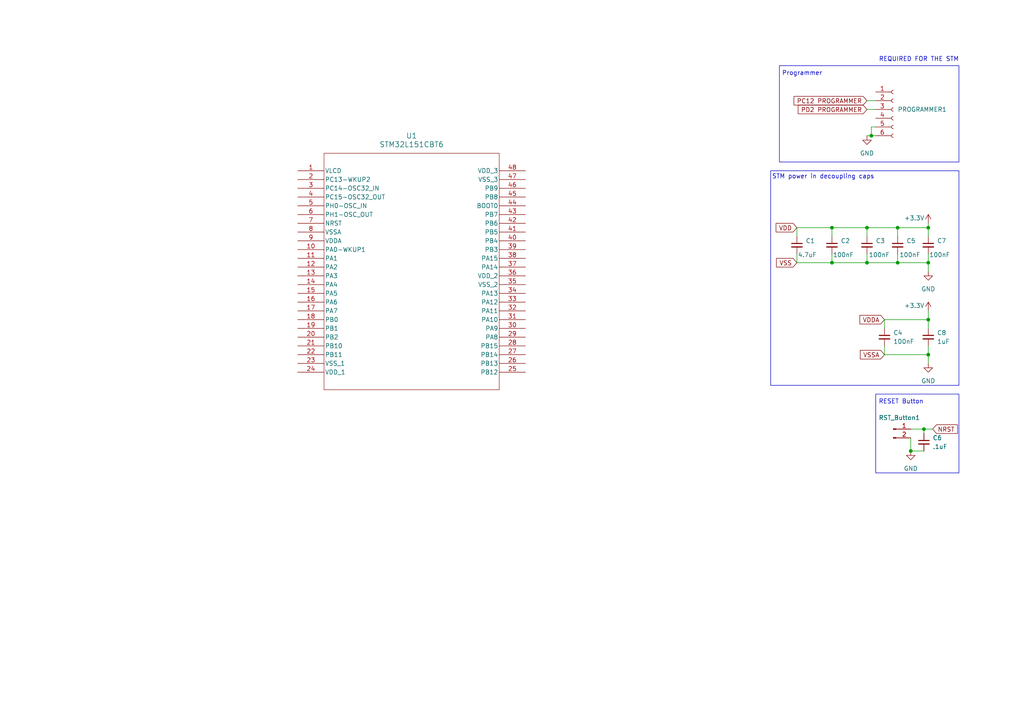
<source format=kicad_sch>
(kicad_sch (version 20231120) (generator "eeschema") (generator_version "8.0")
  (paper "A4")
  (lib_symbols
    (symbol "Connector:Conn_01x02_Pin" (pin_names (offset 1.016) hide)
      (property "Reference" "J" (at 0 2.54 0))
      (property "Value" "Conn_01x02_Pin" (at 0 -5.08 0))
      (symbol "Conn_01x02_Pin_1_1"
        (polyline (pts (xy 1.27 -2.54) (xy 0.8636 -2.54)) (stroke (width 0.1524)))
        (polyline (pts (xy 1.27 0) (xy 0.8636 0)) (stroke (width 0.1524)))
        (rectangle (start 0.8636 -2.413) (end 0 -2.667) (stroke (width 0.1524)) (fill (type outline)))
        (rectangle (start 0.8636 0.127) (end 0 -0.127) (stroke (width 0.1524)) (fill (type outline)))
        (pin passive line (at 5.08 0 180) (length 3.81) (name "Pin_1") (number "1"))
        (pin passive line (at 5.08 -2.54 180) (length 3.81) (name "Pin_2") (number "2"))
      )
    )
    (symbol "Connector:Conn_01x06_Socket" (pin_names (offset 1.016) hide)
      (property "Reference" "J" (at 0 7.62 0))
      (property "Value" "Conn_01x06_Socket" (at 0 -10.16 0))
      (symbol "Conn_01x06_Socket_1_1"
        (arc (start 0 -7.112) (mid -0.5058 -7.62) (end 0 -8.128) (stroke (width 0.1524)))
        (arc (start 0 -4.572) (mid -0.5058 -5.08) (end 0 -5.588) (stroke (width 0.1524)))
        (arc (start 0 -2.032) (mid -0.5058 -2.54) (end 0 -3.048) (stroke (width 0.1524)))
        (polyline (pts (xy -1.27 -7.62) (xy -0.508 -7.62)) (stroke (width 0.1524)))
        (polyline (pts (xy -1.27 -5.08) (xy -0.508 -5.08)) (stroke (width 0.1524)))
        (polyline (pts (xy -1.27 -2.54) (xy -0.508 -2.54)) (stroke (width 0.1524)))
        (polyline (pts (xy -1.27 0) (xy -0.508 0)) (stroke (width 0.1524)))
        (polyline (pts (xy -1.27 2.54) (xy -0.508 2.54)) (stroke (width 0.1524)))
        (polyline (pts (xy -1.27 5.08) (xy -0.508 5.08)) (stroke (width 0.1524)))
        (arc (start 0 0.508) (mid -0.5058 0) (end 0 -0.508) (stroke (width 0.1524)))
        (arc (start 0 3.048) (mid -0.5058 2.54) (end 0 2.032) (stroke (width 0.1524)))
        (arc (start 0 5.588) (mid -0.5058 5.08) (end 0 4.572) (stroke (width 0.1524)))
        (pin passive line (at -5.08 5.08 0) (length 3.81) (name "Pin_1") (number "1"))
        (pin passive line (at -5.08 2.54 0) (length 3.81) (name "Pin_2") (number "2"))
        (pin passive line (at -5.08 0 0) (length 3.81) (name "Pin_3") (number "3"))
        (pin passive line (at -5.08 -2.54 0) (length 3.81) (name "Pin_4") (number "4"))
        (pin passive line (at -5.08 -5.08 0) (length 3.81) (name "Pin_5") (number "5"))
        (pin passive line (at -5.08 -7.62 0) (length 3.81) (name "Pin_6") (number "6"))
      )
    )
    (symbol "Device:C_Small" (pin_numbers hide) (pin_names (offset 0.254) hide)
      (property "Reference" "C" (at 0.254 1.778 0))
      (property "Value" "C_Small" (at 0.254 -2.032 0))
      (symbol "C_Small_0_1"
        (polyline (pts (xy -1.524 -0.508) (xy 1.524 -0.508)) (stroke (width 0.3302)))
        (polyline (pts (xy -1.524 0.508) (xy 1.524 0.508)) (stroke (width 0.3048)))
      )
      (symbol "C_Small_1_1"
        (pin passive line (at 0 2.54 270) (length 2.032) (name "~") (number "1"))
        (pin passive line (at 0 -2.54 90) (length 2.032) (name "~") (number "2"))
      )
    )
    (symbol "power:+3.3V" (power) (pin_numbers hide) (pin_names (offset 0) hide)
      (property "Value" "+3.3V" (at 0 3.556 0))
      (symbol "+3.3V_0_1"
        (polyline (pts (xy -0.762 1.27) (xy 0 2.54)))
        (polyline (pts (xy 0 0) (xy 0 2.54)))
        (polyline (pts (xy 0 2.54) (xy 0.762 1.27)))
      )
      (symbol "+3.3V_1_1"
        (pin power_in line (at 0 0 90) (length 0) (name "~") (number "1"))
      )
    )
    (symbol "power:GND" (power) (pin_numbers hide) (pin_names (offset 0) hide)
      (property "Value" "GND" (at 0 -3.81 0))
      (symbol "GND_0_1"
        (polyline (pts (xy 0 0) (xy 0 -1.27) (xy 1.27 -1.27) (xy 0 -2.54) (xy -1.27 -1.27) (xy 0 -1.27)))
      )
      (symbol "GND_1_1"
        (pin power_in line (at 0 0 270) (length 0) (name "~") (number "1"))
      )
    )
    (symbol "stm32f151cb:STM32L151CBT6" (pin_names (offset 0.254))
      (property "Reference" "U" (at 33.02 10.16 0))
      (property "Value" "STM32L151CBT6" (at 33.02 7.62 0))
      (symbol "STM32L151CBT6_0_1"
        (polyline (pts (xy 7.62 -63.5) (xy 58.42 -63.5)) (stroke (width 0.127)))
        (polyline (pts (xy 7.62 5.08) (xy 7.62 -63.5)) (stroke (width 0.127)))
        (polyline (pts (xy 58.42 -63.5) (xy 58.42 5.08)) (stroke (width 0.127)))
        (polyline (pts (xy 58.42 5.08) (xy 7.62 5.08)) (stroke (width 0.127)))
        (pin unspecified line (at 0 0 0) (length 7.62) (name "VLCD") (number "1"))
        (pin bidirectional line (at 0 -22.86 0) (length 7.62) (name "PA0-WKUP1") (number "10"))
        (pin bidirectional line (at 0 -25.4 0) (length 7.62) (name "PA1") (number "11"))
        (pin bidirectional line (at 0 -27.94 0) (length 7.62) (name "PA2") (number "12"))
        (pin bidirectional line (at 0 -30.48 0) (length 7.62) (name "PA3") (number "13"))
        (pin bidirectional line (at 0 -33.02 0) (length 7.62) (name "PA4") (number "14"))
        (pin bidirectional line (at 0 -35.56 0) (length 7.62) (name "PA5") (number "15"))
        (pin bidirectional line (at 0 -38.1 0) (length 7.62) (name "PA6") (number "16"))
        (pin bidirectional line (at 0 -40.64 0) (length 7.62) (name "PA7") (number "17"))
        (pin bidirectional line (at 0 -43.18 0) (length 7.62) (name "PB0") (number "18"))
        (pin bidirectional line (at 0 -45.72 0) (length 7.62) (name "PB1") (number "19"))
        (pin bidirectional line (at 0 -2.54 0) (length 7.62) (name "PC13-WKUP2") (number "2"))
        (pin bidirectional line (at 0 -48.26 0) (length 7.62) (name "PB2") (number "20"))
        (pin bidirectional line (at 0 -50.8 0) (length 7.62) (name "PB10") (number "21"))
        (pin bidirectional line (at 0 -53.34 0) (length 7.62) (name "PB11") (number "22"))
        (pin power_out line (at 0 -55.88 0) (length 7.62) (name "VSS_1") (number "23"))
        (pin power_in line (at 0 -58.42 0) (length 7.62) (name "VDD_1") (number "24"))
        (pin bidirectional line (at 66.04 -58.42 180) (length 7.62) (name "PB12") (number "25"))
        (pin bidirectional line (at 66.04 -55.88 180) (length 7.62) (name "PB13") (number "26"))
        (pin bidirectional line (at 66.04 -53.34 180) (length 7.62) (name "PB14") (number "27"))
        (pin bidirectional line (at 66.04 -50.8 180) (length 7.62) (name "PB15") (number "28"))
        (pin bidirectional line (at 66.04 -48.26 180) (length 7.62) (name "PA8") (number "29"))
        (pin bidirectional line (at 0 -5.08 0) (length 7.62) (name "PC14-OSC32_IN") (number "3"))
        (pin bidirectional line (at 66.04 -45.72 180) (length 7.62) (name "PA9") (number "30"))
        (pin bidirectional line (at 66.04 -43.18 180) (length 7.62) (name "PA10") (number "31"))
        (pin bidirectional line (at 66.04 -40.64 180) (length 7.62) (name "PA11") (number "32"))
        (pin bidirectional line (at 66.04 -38.1 180) (length 7.62) (name "PA12") (number "33"))
        (pin bidirectional line (at 66.04 -35.56 180) (length 7.62) (name "PA13") (number "34"))
        (pin power_out line (at 66.04 -33.02 180) (length 7.62) (name "VSS_2") (number "35"))
        (pin power_in line (at 66.04 -30.48 180) (length 7.62) (name "VDD_2") (number "36"))
        (pin bidirectional line (at 66.04 -27.94 180) (length 7.62) (name "PA14") (number "37"))
        (pin bidirectional line (at 66.04 -25.4 180) (length 7.62) (name "PA15") (number "38"))
        (pin bidirectional line (at 66.04 -22.86 180) (length 7.62) (name "PB3") (number "39"))
        (pin output line (at 0 -7.62 0) (length 7.62) (name "PC15-OSC32_OUT") (number "4"))
        (pin bidirectional line (at 66.04 -20.32 180) (length 7.62) (name "PB4") (number "40"))
        (pin bidirectional line (at 66.04 -17.78 180) (length 7.62) (name "PB5") (number "41"))
        (pin bidirectional line (at 66.04 -15.24 180) (length 7.62) (name "PB6") (number "42"))
        (pin bidirectional line (at 66.04 -12.7 180) (length 7.62) (name "PB7") (number "43"))
        (pin unspecified line (at 66.04 -10.16 180) (length 7.62) (name "BOOT0") (number "44"))
        (pin bidirectional line (at 66.04 -7.62 180) (length 7.62) (name "PB8") (number "45"))
        (pin bidirectional line (at 66.04 -5.08 180) (length 7.62) (name "PB9") (number "46"))
        (pin power_out line (at 66.04 -2.54 180) (length 7.62) (name "VSS_3") (number "47"))
        (pin power_in line (at 66.04 0 180) (length 7.62) (name "VDD_3") (number "48"))
        (pin bidirectional line (at 0 -10.16 0) (length 7.62) (name "PH0-OSC_IN") (number "5"))
        (pin output line (at 0 -12.7 0) (length 7.62) (name "PH1-OSC_OUT") (number "6"))
        (pin unspecified line (at 0 -15.24 0) (length 7.62) (name "NRST") (number "7"))
        (pin power_out line (at 0 -17.78 0) (length 7.62) (name "VSSA") (number "8"))
        (pin power_in line (at 0 -20.32 0) (length 7.62) (name "VDDA") (number "9"))
      )
    )
  )
  (junction (at 269.24 92.71))
  (junction (at 264.16 130.81))
  (junction (at 260.35 66.04))
  (junction (at 252.73 39.37))
  (junction (at 241.3 76.2))
  (junction (at 251.46 66.04))
  (junction (at 269.24 102.87))
  (junction (at 269.24 66.04))
  (junction (at 269.24 76.2))
  (junction (at 241.3 66.04))
  (junction (at 267.97 124.46))
  (junction (at 251.46 76.2))
  (junction (at 260.35 76.2))
  (wire (pts (xy 252.73 36.83) (xy 252.73 39.37)))
  (wire (pts (xy 251.46 73.66) (xy 251.46 76.2)))
  (wire (pts (xy 260.35 73.66) (xy 260.35 76.2)))
  (wire (pts (xy 231.14 68.58) (xy 231.14 66.04)))
  (wire (pts (xy 267.97 124.46) (xy 264.16 124.46)))
  (wire (pts (xy 260.35 66.04) (xy 260.35 68.58)))
  (wire (pts (xy 267.97 130.81) (xy 264.16 130.81)))
  (wire (pts (xy 269.24 102.87) (xy 256.54 102.87)))
  (wire (pts (xy 241.3 66.04) (xy 241.3 68.58)))
  (wire (pts (xy 269.24 76.2) (xy 269.24 73.66)))
  (wire (pts (xy 269.24 66.04) (xy 269.24 68.58)))
  (wire (pts (xy 251.46 29.21) (xy 254 29.21)))
  (wire (pts (xy 231.14 73.66) (xy 231.14 76.2)))
  (wire (pts (xy 269.24 105.41) (xy 269.24 102.87)))
  (wire (pts (xy 231.14 66.04) (xy 241.3 66.04)))
  (wire (pts (xy 256.54 92.71) (xy 269.24 92.71)))
  (wire (pts (xy 251.46 66.04) (xy 251.46 68.58)))
  (wire (pts (xy 241.3 73.66) (xy 241.3 76.2)))
  (wire (pts (xy 269.24 64.77) (xy 269.24 66.04)))
  (wire (pts (xy 241.3 76.2) (xy 251.46 76.2)))
  (wire (pts (xy 264.16 130.81) (xy 264.16 127)))
  (wire (pts (xy 269.24 76.2) (xy 269.24 78.74)))
  (wire (pts (xy 251.46 39.37) (xy 252.73 39.37)))
  (wire (pts (xy 269.24 92.71) (xy 269.24 95.25)))
  (wire (pts (xy 269.24 90.17) (xy 269.24 92.71)))
  (wire (pts (xy 256.54 92.71) (xy 256.54 95.25)))
  (wire (pts (xy 256.54 100.33) (xy 256.54 102.87)))
  (wire (pts (xy 241.3 66.04) (xy 251.46 66.04)))
  (wire (pts (xy 267.97 124.46) (xy 270.51 124.46)))
  (wire (pts (xy 260.35 76.2) (xy 269.24 76.2)))
  (wire (pts (xy 231.14 76.2) (xy 241.3 76.2)))
  (wire (pts (xy 251.46 31.75) (xy 254 31.75)))
  (wire (pts (xy 252.73 36.83) (xy 254 36.83)))
  (wire (pts (xy 251.46 66.04) (xy 260.35 66.04)))
  (wire (pts (xy 252.73 39.37) (xy 254 39.37)))
  (wire (pts (xy 267.97 125.73) (xy 267.97 124.46)))
  (wire (pts (xy 269.24 100.33) (xy 269.24 102.87)))
  (wire (pts (xy 251.46 76.2) (xy 260.35 76.2)))
  (wire (pts (xy 260.35 66.04) (xy 269.24 66.04)))
  (rectangle (start 223.52 49.53) (end 278.13 111.76))
  (rectangle (start 226.06 19.05) (end 278.13 46.99))
  (rectangle (start 254 114.3) (end 278.13 137.16))
  (text "Programmer\n" (at 232.664 21.336 0) (effects (font (size 1.27 1.27))))
  (text "RESET Button" (at 261.366 116.586 0) (effects (font (size 1.27 1.27))))
  (text "STM power in decoupling caps" (at 238.76 51.308 0) (effects (font (size 1.27 1.27))))
  (text "REQUIRED FOR THE STM\n" (at 278.13 17.272 0) (effects (font (size 1.27 1.27)) (justify right)))
  (global_label "VDDA" (shape input) (at 256.54 92.71 180) (property "Intersheetrefs" "${INTERSHEET_REFS}" (effects (hide yes))))
  (global_label "PC12 PROGRAMMER" (shape input) (at 251.46 29.21 180) (property "Intersheetrefs" "${INTERSHEET_REFS}" (effects (hide yes))))
  (global_label "VSS" (shape input) (at 231.14 76.2 180) (property "Intersheetrefs" "${INTERSHEET_REFS}" (effects (hide yes))))
  (global_label "VDD" (shape input) (at 231.14 66.04 180) (property "Intersheetrefs" "${INTERSHEET_REFS}" (effects (hide yes))))
  (global_label "VSSA" (shape input) (at 256.54 102.87 180) (property "Intersheetrefs" "${INTERSHEET_REFS}" (effects (hide yes))))
  (global_label "NRST" (shape input) (at 270.51 124.46 0) (property "Intersheetrefs" "${INTERSHEET_REFS}" (effects (hide yes))))
  (global_label "PD2 PROGRAMMER" (shape input) (at 251.46 31.75 180) (property "Intersheetrefs" "${INTERSHEET_REFS}" (effects (hide yes))))
  (symbol (lib_id "power:+3.3V") (at 269.24 64.77 0) (unit 1)
    (property "Reference" "#PWR03" (effects (hide yes)))
    (property "Value" "+3.3V" (at 265.176 63.246 0))
    (property "Description" "Power symbol creates a global label with name \"+3.3V\"" (effects (hide yes)))
  )
  (symbol (lib_id "Device:C_Small") (at 231.14 71.12 0) (unit 1)
    (property "Reference" "C1" (at 233.68 69.8562 0) (effects (justify left)))
    (property "Value" "4.7uF" (at 231.394 73.914 0) (effects (justify left)))
    (property "Footprint" "Capacitor_SMD:C_0805_2012Metric_Pad1.18x1.45mm_HandSolder" (effects (hide yes)))
    (property "Description" "Unpolarized capacitor, small symbol" (effects (hide yes)))
  )
  (symbol (lib_id "Device:C_Small") (at 256.54 97.79 0) (unit 1)
    (property "Reference" "C4" (at 259.08 96.5262 0) (effects (justify left)))
    (property "Value" "100nF" (at 259.08 99.0662 0) (effects (justify left)))
    (property "Footprint" "Capacitor_SMD:C_0805_2012Metric_Pad1.18x1.45mm_HandSolder" (effects (hide yes)))
    (property "Description" "Unpolarized capacitor, small symbol" (effects (hide yes)))
  )
  (symbol (lib_id "power:GND") (at 269.24 78.74 0) (unit 1)
    (property "Reference" "#PWR04" (effects (hide yes)))
    (property "Value" "GND" (at 269.24 83.82 0))
    (property "Description" "Power symbol creates a global label with name \"GND\" , ground" (effects (hide yes)))
  )
  (symbol (lib_id "power:GND") (at 264.16 130.81 0) (unit 1)
    (property "Reference" "#PWR02" (effects (hide yes)))
    (property "Value" "GND" (at 264.16 135.89 0))
    (property "Description" "Power symbol creates a global label with name \"GND\" , ground" (effects (hide yes)))
  )
  (symbol (lib_id "Device:C_Small") (at 260.35 71.12 0) (unit 1)
    (property "Reference" "C5" (at 262.89 69.8562 0) (effects (justify left)))
    (property "Value" "100nF" (at 260.858 73.914 0) (effects (justify left)))
    (property "Footprint" "Capacitor_SMD:C_0805_2012Metric_Pad1.18x1.45mm_HandSolder" (effects (hide yes)))
    (property "Description" "Unpolarized capacitor, small symbol" (effects (hide yes)))
  )
  (symbol (lib_id "Device:C_Small") (at 251.46 71.12 0) (unit 1)
    (property "Reference" "C3" (at 254 69.8562 0) (effects (justify left)))
    (property "Value" "100nF" (at 251.968 73.914 0) (effects (justify left)))
    (property "Footprint" "Capacitor_SMD:C_0805_2012Metric_Pad1.18x1.45mm_HandSolder" (effects (hide yes)))
    (property "Description" "Unpolarized capacitor, small symbol" (effects (hide yes)))
  )
  (symbol (lib_id "Connector:Conn_01x06_Socket") (at 259.08 31.75 0) (unit 1)
    (property "Reference" "PROGRAMMER1" (at 260.35 31.7499 0) (effects (justify left)))
    (property "Value" "PROGRAMMER" (effects (hide yes)))
    (property "Footprint" "Connector_PinHeader_2.54mm:PinHeader_1x06_P2.54mm_Vertical" (effects (hide yes)))
    (property "Description" "Generic connector, single row, 01x06, script generated" (effects (hide yes)))
  )
  (symbol (lib_id "Device:C_Small") (at 267.97 128.27 0) (unit 1)
    (property "Reference" "C6" (at 270.51 127.0062 0) (effects (justify left)))
    (property "Value" ".1uF" (at 270.51 129.5462 0) (effects (justify left)))
    (property "Footprint" "Capacitor_SMD:C_0805_2012Metric_Pad1.18x1.45mm_HandSolder" (effects (hide yes)))
    (property "Description" "Unpolarized capacitor, small symbol" (effects (hide yes)))
  )
  (symbol (lib_id "power:GND") (at 251.46 39.37 0) (unit 1)
    (property "Reference" "#PWR01" (effects (hide yes)))
    (property "Value" "GND" (at 251.46 44.45 0))
    (property "Description" "Power symbol creates a global label with name \"GND\" , ground" (effects (hide yes)))
  )
  (symbol (lib_id "power:GND") (at 269.24 105.41 0) (unit 1)
    (property "Reference" "#PWR06" (effects (hide yes)))
    (property "Value" "GND" (at 269.24 110.49 0))
    (property "Description" "Power symbol creates a global label with name \"GND\" , ground" (effects (hide yes)))
  )
  (symbol (lib_id "power:+3.3V") (at 269.24 90.17 0) (unit 1)
    (property "Reference" "#PWR05" (effects (hide yes)))
    (property "Value" "+3.3V" (at 265.176 88.646 0))
    (property "Description" "Power symbol creates a global label with name \"+3.3V\"" (effects (hide yes)))
  )
  (symbol (lib_id "stm32f151cb:STM32L151CBT6") (at 86.36 49.53 0) (unit 1)
    (property "Reference" "U1" (at 119.38 39.37 0) (effects (font (size 1.524 1.524))))
    (property "Value" "STM32L151CBT6" (at 119.38 41.91 0) (effects (font (size 1.524 1.524))))
    (property "Footprint" "LQFP_151CBT6_STM" (effects (hide yes)))
    (property "Datasheet" "STM32L151CBT6" (effects (hide yes)))
  )
  (symbol (lib_id "Connector:Conn_01x02_Pin") (at 259.08 124.46 0) (unit 1)
    (property "Reference" "RST_Button1" (at 260.858 121.158 0))
    (property "Value" "RESET" (effects (hide yes)))
    (property "Footprint" "Button_Switch_SMD:SW_SPST_CK_RS282G05A3" (effects (hide yes)))
    (property "Description" "Generic connector, single row, 01x02, script generated" (effects (hide yes)))
  )
  (symbol (lib_id "Device:C_Small") (at 241.3 71.12 0) (unit 1)
    (property "Reference" "C2" (at 243.84 69.8562 0) (effects (justify left)))
    (property "Value" "100nF" (at 241.554 73.914 0) (effects (justify left)))
    (property "Footprint" "Capacitor_SMD:C_0805_2012Metric_Pad1.18x1.45mm_HandSolder" (effects (hide yes)))
    (property "Description" "Unpolarized capacitor, small symbol" (effects (hide yes)))
  )
  (symbol (lib_id "Device:C_Small") (at 269.24 71.12 0) (unit 1)
    (property "Reference" "C7" (at 271.78 69.8562 0) (effects (justify left)))
    (property "Value" "100nF" (at 269.494 73.914 0) (effects (justify left)))
    (property "Footprint" "Capacitor_SMD:C_0805_2012Metric_Pad1.18x1.45mm_HandSolder" (effects (hide yes)))
    (property "Description" "Unpolarized capacitor, small symbol" (effects (hide yes)))
  )
  (symbol (lib_id "Device:C_Small") (at 269.24 97.79 0) (unit 1)
    (property "Reference" "C8" (at 271.78 96.5262 0) (effects (justify left)))
    (property "Value" "1uF" (at 271.78 99.0662 0) (effects (justify left)))
    (property "Footprint" "Capacitor_SMD:C_0805_2012Metric_Pad1.18x1.45mm_HandSolder" (effects (hide yes)))
    (property "Description" "Unpolarized capacitor, small symbol" (effects (hide yes)))
  )
)
</source>
